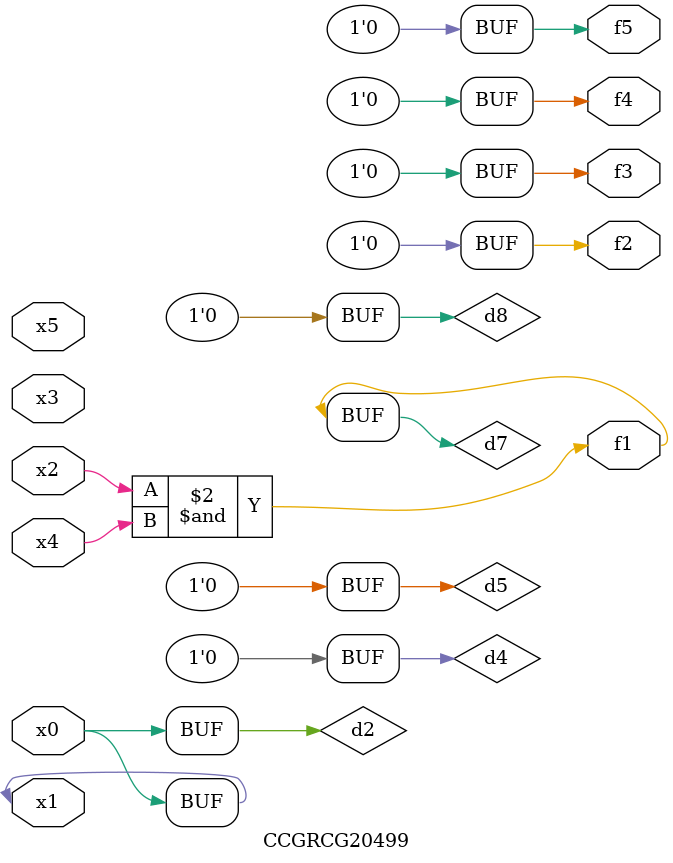
<source format=v>
module CCGRCG20499(
	input x0, x1, x2, x3, x4, x5,
	output f1, f2, f3, f4, f5
);

	wire d1, d2, d3, d4, d5, d6, d7, d8, d9;

	nand (d1, x1);
	buf (d2, x0, x1);
	nand (d3, x2, x4);
	and (d4, d1, d2);
	and (d5, d1, d2);
	nand (d6, d1, d3);
	not (d7, d3);
	xor (d8, d5);
	nor (d9, d5, d6);
	assign f1 = d7;
	assign f2 = d8;
	assign f3 = d8;
	assign f4 = d8;
	assign f5 = d8;
endmodule

</source>
